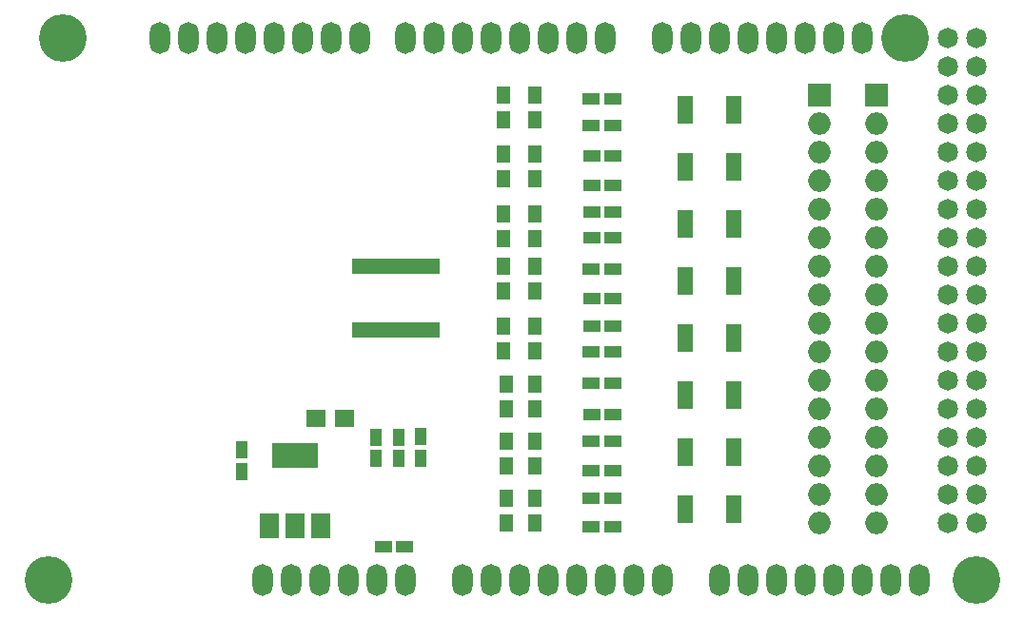
<source format=gbr>
G04 #@! TF.FileFunction,Soldermask,Top*
%FSLAX46Y46*%
G04 Gerber Fmt 4.6, Leading zero omitted, Abs format (unit mm)*
G04 Created by KiCad (PCBNEW 4.0.5) date Thursday, 11 May 2017 'PMt' 15:34:45*
%MOMM*%
%LPD*%
G01*
G04 APERTURE LIST*
%ADD10C,0.100000*%
%ADD11R,2.000000X2.000000*%
%ADD12O,2.000000X2.000000*%
%ADD13R,1.500000X1.050000*%
%ADD14R,1.050000X1.500000*%
%ADD15R,1.800000X1.550000*%
%ADD16R,1.200000X1.500000*%
%ADD17R,0.700000X1.400000*%
%ADD18R,1.400000X0.550000*%
%ADD19R,4.100000X2.300000*%
%ADD20R,1.800000X2.300000*%
%ADD21O,1.824000X2.840000*%
%ADD22C,4.237000*%
%ADD23C,1.824000*%
G04 APERTURE END LIST*
D10*
D11*
X180340000Y-83820000D03*
D12*
X180340000Y-86360000D03*
X180340000Y-88900000D03*
X180340000Y-91440000D03*
X180340000Y-93980000D03*
X180340000Y-96520000D03*
X180340000Y-99060000D03*
X180340000Y-101600000D03*
X180340000Y-104140000D03*
X180340000Y-106680000D03*
X180340000Y-109220000D03*
X180340000Y-111760000D03*
X180340000Y-114300000D03*
X180340000Y-116840000D03*
X180340000Y-119380000D03*
X180340000Y-121920000D03*
D13*
X155000000Y-84100000D03*
X156900000Y-84100000D03*
X155021200Y-94183200D03*
X156921200Y-94183200D03*
X155021200Y-104394000D03*
X156921200Y-104394000D03*
X155000000Y-114600000D03*
X156900000Y-114600000D03*
X155000000Y-86500000D03*
X156900000Y-86500000D03*
X155021200Y-96520000D03*
X156921200Y-96520000D03*
X155000000Y-106680000D03*
X156900000Y-106680000D03*
X155000000Y-117200000D03*
X156900000Y-117200000D03*
X138400000Y-124000000D03*
X136500000Y-124000000D03*
X155021200Y-89204800D03*
X156921200Y-89204800D03*
X155000000Y-99314000D03*
X156900000Y-99314000D03*
X155000000Y-109474000D03*
X156900000Y-109474000D03*
X155000000Y-119684800D03*
X156900000Y-119684800D03*
D14*
X123900000Y-115400000D03*
X123900000Y-117300000D03*
D13*
X155021200Y-91846400D03*
X156921200Y-91846400D03*
X155021200Y-101904800D03*
X156921200Y-101904800D03*
X155021200Y-112200000D03*
X156921200Y-112200000D03*
X155000000Y-122200000D03*
X156900000Y-122200000D03*
D14*
X135830000Y-114240000D03*
X135830000Y-116140000D03*
X137830000Y-114240000D03*
X137830000Y-116140000D03*
X139830000Y-114200000D03*
X139830000Y-116100000D03*
D15*
X130530000Y-112540000D03*
X133030000Y-112540000D03*
D11*
X175260000Y-83820000D03*
D12*
X175260000Y-86360000D03*
X175260000Y-88900000D03*
X175260000Y-91440000D03*
X175260000Y-93980000D03*
X175260000Y-96520000D03*
X175260000Y-99060000D03*
X175260000Y-101600000D03*
X175260000Y-104140000D03*
X175260000Y-106680000D03*
X175260000Y-109220000D03*
X175260000Y-111760000D03*
X175260000Y-114300000D03*
X175260000Y-116840000D03*
X175260000Y-119380000D03*
X175260000Y-121920000D03*
D16*
X147200000Y-86000000D03*
X147200000Y-83800000D03*
X147200000Y-96600000D03*
X147200000Y-94400000D03*
X150000000Y-106600000D03*
X150000000Y-104400000D03*
X150000000Y-116800000D03*
X150000000Y-114600000D03*
X150000000Y-86000000D03*
X150000000Y-83800000D03*
X150000000Y-96600000D03*
X150000000Y-94400000D03*
X147200000Y-106600000D03*
X147200000Y-104400000D03*
X147400000Y-116800000D03*
X147400000Y-114600000D03*
X147200000Y-91200000D03*
X147200000Y-89000000D03*
X147200000Y-101260000D03*
X147200000Y-99060000D03*
X150000000Y-111700000D03*
X150000000Y-109500000D03*
X150000000Y-121900000D03*
X150000000Y-119700000D03*
X150000000Y-91200000D03*
X150000000Y-89000000D03*
X150000000Y-101260000D03*
X150000000Y-99060000D03*
X147400000Y-111700000D03*
X147400000Y-109500000D03*
X147400000Y-121900000D03*
X147400000Y-119700000D03*
D17*
X141200000Y-99000000D03*
X140550000Y-99000000D03*
X139900000Y-99000000D03*
X139250000Y-99000000D03*
X138600000Y-99000000D03*
X137950000Y-99000000D03*
X137300000Y-99000000D03*
X136650000Y-99000000D03*
X136000000Y-99000000D03*
X135350000Y-99000000D03*
X134700000Y-99000000D03*
X134050000Y-99000000D03*
X134050000Y-104700000D03*
X134700000Y-104700000D03*
X135350000Y-104700000D03*
X136000000Y-104700000D03*
X136650000Y-104700000D03*
X137300000Y-104700000D03*
X137950000Y-104700000D03*
X138600000Y-104700000D03*
X139250000Y-104700000D03*
X139900000Y-104700000D03*
X140550000Y-104700000D03*
X141200000Y-104700000D03*
D18*
X163340000Y-84090000D03*
X163340000Y-84590000D03*
X163340000Y-85090000D03*
X163340000Y-85590000D03*
X163340000Y-86090000D03*
X167640000Y-86090000D03*
X167640000Y-85590000D03*
X167640000Y-85090000D03*
X167640000Y-84590000D03*
X167640000Y-84090000D03*
X163340000Y-94250000D03*
X163340000Y-94750000D03*
X163340000Y-95250000D03*
X163340000Y-95750000D03*
X163340000Y-96250000D03*
X167640000Y-96250000D03*
X167640000Y-95750000D03*
X167640000Y-95250000D03*
X167640000Y-94750000D03*
X167640000Y-94250000D03*
X163340000Y-104410000D03*
X163340000Y-104910000D03*
X163340000Y-105410000D03*
X163340000Y-105910000D03*
X163340000Y-106410000D03*
X167640000Y-106410000D03*
X167640000Y-105910000D03*
X167640000Y-105410000D03*
X167640000Y-104910000D03*
X167640000Y-104410000D03*
X163340000Y-114570000D03*
X163340000Y-115070000D03*
X163340000Y-115570000D03*
X163340000Y-116070000D03*
X163340000Y-116570000D03*
X167640000Y-116570000D03*
X167640000Y-116070000D03*
X167640000Y-115570000D03*
X167640000Y-115070000D03*
X167640000Y-114570000D03*
D19*
X128650000Y-115840000D03*
D20*
X128650000Y-122140000D03*
X130950000Y-122140000D03*
X126350000Y-122140000D03*
D18*
X163340000Y-89170000D03*
X163340000Y-89670000D03*
X163340000Y-90170000D03*
X163340000Y-90670000D03*
X163340000Y-91170000D03*
X167640000Y-91170000D03*
X167640000Y-90670000D03*
X167640000Y-90170000D03*
X167640000Y-89670000D03*
X167640000Y-89170000D03*
X163340000Y-99330000D03*
X163340000Y-99830000D03*
X163340000Y-100330000D03*
X163340000Y-100830000D03*
X163340000Y-101330000D03*
X167640000Y-101330000D03*
X167640000Y-100830000D03*
X167640000Y-100330000D03*
X167640000Y-99830000D03*
X167640000Y-99330000D03*
X163340000Y-109490000D03*
X163340000Y-109990000D03*
X163340000Y-110490000D03*
X163340000Y-110990000D03*
X163340000Y-111490000D03*
X167640000Y-111490000D03*
X167640000Y-110990000D03*
X167640000Y-110490000D03*
X167640000Y-109990000D03*
X167640000Y-109490000D03*
X163365400Y-119650000D03*
X163365400Y-120150000D03*
X163365400Y-120650000D03*
X163365400Y-121150000D03*
X163365400Y-121650000D03*
X167665400Y-121650000D03*
X167665400Y-121150000D03*
X167665400Y-120650000D03*
X167665400Y-120150000D03*
X167665400Y-119650000D03*
D21*
X161285000Y-78750000D03*
X163825000Y-78750000D03*
X166365000Y-78750000D03*
X168905000Y-78750000D03*
X171445000Y-78750000D03*
X173985000Y-78750000D03*
X176525000Y-78750000D03*
X179065000Y-78750000D03*
X184145000Y-127010000D03*
X181605000Y-127010000D03*
X179065000Y-127010000D03*
X176525000Y-127010000D03*
X166365000Y-127010000D03*
X161285000Y-127010000D03*
X158745000Y-127010000D03*
X168905000Y-127010000D03*
X171445000Y-127010000D03*
X173985000Y-127010000D03*
X156205000Y-127010000D03*
X153665000Y-127010000D03*
X151125000Y-127010000D03*
X143505000Y-127010000D03*
X146045000Y-127010000D03*
X148585000Y-127010000D03*
X138425000Y-127010000D03*
X135885000Y-127010000D03*
X133345000Y-127010000D03*
X128265000Y-127010000D03*
X125725000Y-127010000D03*
X156205000Y-78750000D03*
X153665000Y-78750000D03*
X151125000Y-78750000D03*
X148585000Y-78750000D03*
X146045000Y-78750000D03*
X143505000Y-78750000D03*
X140965000Y-78750000D03*
X138425000Y-78750000D03*
X134361000Y-78750000D03*
X131821000Y-78750000D03*
X129281000Y-78750000D03*
X126741000Y-78750000D03*
X124201000Y-78750000D03*
X121661000Y-78750000D03*
X119121000Y-78750000D03*
X116581000Y-78750000D03*
X130805000Y-127010000D03*
D22*
X189225000Y-127010000D03*
X182875000Y-78750000D03*
X107945000Y-78750000D03*
X106675000Y-127010000D03*
D23*
X186685000Y-81290000D03*
X189225000Y-81290000D03*
X186685000Y-83830000D03*
X189225000Y-83830000D03*
X186685000Y-86370000D03*
X189225000Y-86370000D03*
X186685000Y-88910000D03*
X189225000Y-88910000D03*
X186685000Y-78750000D03*
X189225000Y-78750000D03*
X189225000Y-91450000D03*
X186685000Y-91450000D03*
X186685000Y-93990000D03*
X189225000Y-93990000D03*
X186685000Y-96530000D03*
X189225000Y-96530000D03*
X186685000Y-99070000D03*
X189225000Y-99070000D03*
X186685000Y-101610000D03*
X189225000Y-101610000D03*
X186685000Y-104150000D03*
X189225000Y-104150000D03*
X186685000Y-106690000D03*
X189225000Y-106690000D03*
X186685000Y-109230000D03*
X189225000Y-109230000D03*
X186685000Y-111770000D03*
X189225000Y-111770000D03*
X186685000Y-114310000D03*
X189225000Y-114310000D03*
X186685000Y-116850000D03*
X189225000Y-116850000D03*
X186685000Y-119390000D03*
X189225000Y-119390000D03*
X186685000Y-121930000D03*
X189225000Y-121930000D03*
M02*

</source>
